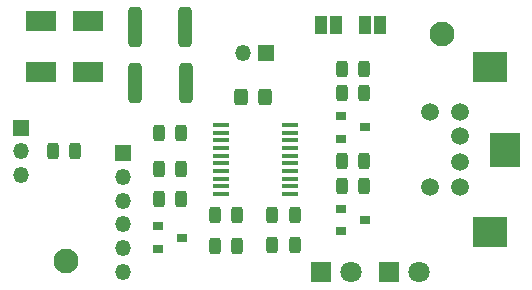
<source format=gbr>
G04 #@! TF.GenerationSoftware,KiCad,Pcbnew,(6.0.1-0)*
G04 #@! TF.CreationDate,2022-03-09T23:32:45+00:00*
G04 #@! TF.ProjectId,x1key,78316b65-792e-46b6-9963-61645f706362,1.2*
G04 #@! TF.SameCoordinates,Original*
G04 #@! TF.FileFunction,Soldermask,Top*
G04 #@! TF.FilePolarity,Negative*
%FSLAX46Y46*%
G04 Gerber Fmt 4.6, Leading zero omitted, Abs format (unit mm)*
G04 Created by KiCad (PCBNEW (6.0.1-0)) date 2022-03-09 23:32:45*
%MOMM*%
%LPD*%
G01*
G04 APERTURE LIST*
G04 Aperture macros list*
%AMRoundRect*
0 Rectangle with rounded corners*
0 $1 Rounding radius*
0 $2 $3 $4 $5 $6 $7 $8 $9 X,Y pos of 4 corners*
0 Add a 4 corners polygon primitive as box body*
4,1,4,$2,$3,$4,$5,$6,$7,$8,$9,$2,$3,0*
0 Add four circle primitives for the rounded corners*
1,1,$1+$1,$2,$3*
1,1,$1+$1,$4,$5*
1,1,$1+$1,$6,$7*
1,1,$1+$1,$8,$9*
0 Add four rect primitives between the rounded corners*
20,1,$1+$1,$2,$3,$4,$5,0*
20,1,$1+$1,$4,$5,$6,$7,0*
20,1,$1+$1,$6,$7,$8,$9,0*
20,1,$1+$1,$8,$9,$2,$3,0*%
G04 Aperture macros list end*
%ADD10RoundRect,0.250000X-0.312500X-1.450000X0.312500X-1.450000X0.312500X1.450000X-0.312500X1.450000X0*%
%ADD11C,1.500000*%
%ADD12R,3.000000X2.500000*%
%ADD13R,2.500000X3.000000*%
%ADD14R,1.350000X1.350000*%
%ADD15O,1.350000X1.350000*%
%ADD16R,1.000000X1.500000*%
%ADD17R,0.900000X0.800000*%
%ADD18RoundRect,0.243750X-0.243750X-0.456250X0.243750X-0.456250X0.243750X0.456250X-0.243750X0.456250X0*%
%ADD19RoundRect,0.243750X0.243750X0.456250X-0.243750X0.456250X-0.243750X-0.456250X0.243750X-0.456250X0*%
%ADD20R,1.450000X0.450000*%
%ADD21RoundRect,0.250000X0.312500X1.450000X-0.312500X1.450000X-0.312500X-1.450000X0.312500X-1.450000X0*%
%ADD22RoundRect,0.250000X-0.325000X-0.450000X0.325000X-0.450000X0.325000X0.450000X-0.325000X0.450000X0*%
%ADD23C,2.100000*%
%ADD24R,1.800000X1.800000*%
%ADD25C,1.800000*%
%ADD26R,2.500000X1.800000*%
G04 APERTURE END LIST*
D10*
X65002500Y-82920000D03*
X69277500Y-82920000D03*
D11*
X92540000Y-92157000D03*
X92540000Y-94316000D03*
X92540000Y-90125000D03*
X92540000Y-96475000D03*
X90000000Y-90125000D03*
X90000000Y-96475000D03*
D12*
X95080000Y-86315000D03*
D13*
X96287800Y-93300000D03*
D12*
X95080000Y-100285000D03*
D14*
X63980000Y-93610000D03*
D15*
X63980000Y-95610000D03*
X63980000Y-97610000D03*
X63980000Y-99610000D03*
X63980000Y-101610000D03*
X63980000Y-103610000D03*
D16*
X82020000Y-82770000D03*
X80720000Y-82770000D03*
X84470000Y-82750000D03*
X85770000Y-82750000D03*
D17*
X82460000Y-90460000D03*
X82460000Y-92360000D03*
X84460000Y-91410000D03*
X82470000Y-98320000D03*
X82470000Y-100220000D03*
X84470000Y-99270000D03*
X66970000Y-99790000D03*
X66970000Y-101690000D03*
X68970000Y-100740000D03*
D18*
X58032500Y-93440000D03*
X59907500Y-93440000D03*
X67012500Y-91900000D03*
X68887500Y-91900000D03*
X66992500Y-94900000D03*
X68867500Y-94900000D03*
X82522500Y-88500000D03*
X84397500Y-88500000D03*
X82532500Y-94270000D03*
X84407500Y-94270000D03*
D19*
X78517500Y-98800000D03*
X76642500Y-98800000D03*
D18*
X82512500Y-96340000D03*
X84387500Y-96340000D03*
X82522500Y-86460000D03*
X84397500Y-86460000D03*
X71742500Y-98790000D03*
X73617500Y-98790000D03*
D19*
X68887500Y-97450000D03*
X67012500Y-97450000D03*
D18*
X76632500Y-101390000D03*
X78507500Y-101390000D03*
D20*
X72260000Y-91195000D03*
X72260000Y-91845000D03*
X72260000Y-92495000D03*
X72260000Y-93145000D03*
X72260000Y-93795000D03*
X72260000Y-94445000D03*
X72260000Y-95095000D03*
X72260000Y-95745000D03*
X72260000Y-96395000D03*
X72260000Y-97045000D03*
X78160000Y-97045000D03*
X78160000Y-96395000D03*
X78160000Y-95745000D03*
X78160000Y-95095000D03*
X78160000Y-94445000D03*
X78160000Y-93795000D03*
X78160000Y-93145000D03*
X78160000Y-92495000D03*
X78160000Y-91845000D03*
X78160000Y-91195000D03*
D21*
X69287500Y-87680000D03*
X65012500Y-87680000D03*
D22*
X73975000Y-88830000D03*
X76025000Y-88830000D03*
D23*
X91000000Y-83500000D03*
X59200000Y-102700000D03*
D14*
X76130000Y-85130000D03*
D15*
X74130000Y-85130000D03*
D24*
X86520000Y-103680000D03*
D25*
X89060000Y-103680000D03*
D26*
X61030000Y-82390000D03*
X57030000Y-82390000D03*
X61020000Y-86730000D03*
X57020000Y-86730000D03*
D24*
X80770000Y-103690000D03*
D25*
X83310000Y-103690000D03*
D14*
X55320000Y-91440000D03*
D15*
X55320000Y-93440000D03*
X55320000Y-95440000D03*
D19*
X73627500Y-101420000D03*
X71752500Y-101420000D03*
M02*

</source>
